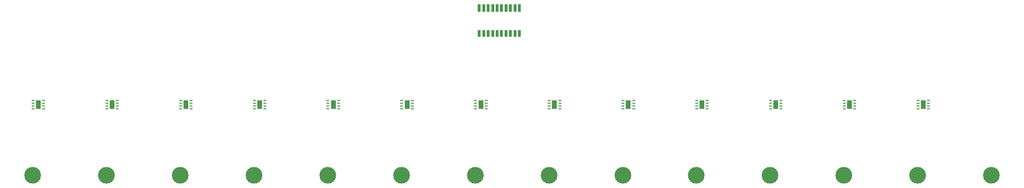
<source format=gbr>
%TF.GenerationSoftware,KiCad,Pcbnew,8.0.2*%
%TF.CreationDate,2024-06-26T21:14:32+03:00*%
%TF.ProjectId,MV_Abnehmerplatine,4d565f41-626e-4656-986d-6572706c6174,rev?*%
%TF.SameCoordinates,Original*%
%TF.FileFunction,Soldermask,Bot*%
%TF.FilePolarity,Negative*%
%FSLAX46Y46*%
G04 Gerber Fmt 4.6, Leading zero omitted, Abs format (unit mm)*
G04 Created by KiCad (PCBNEW 8.0.2) date 2024-06-26 21:14:32*
%MOMM*%
%LPD*%
G01*
G04 APERTURE LIST*
G04 Aperture macros list*
%AMRoundRect*
0 Rectangle with rounded corners*
0 $1 Rounding radius*
0 $2 $3 $4 $5 $6 $7 $8 $9 X,Y pos of 4 corners*
0 Add a 4 corners polygon primitive as box body*
4,1,4,$2,$3,$4,$5,$6,$7,$8,$9,$2,$3,0*
0 Add four circle primitives for the rounded corners*
1,1,$1+$1,$2,$3*
1,1,$1+$1,$4,$5*
1,1,$1+$1,$6,$7*
1,1,$1+$1,$8,$9*
0 Add four rect primitives between the rounded corners*
20,1,$1+$1,$2,$3,$4,$5,0*
20,1,$1+$1,$4,$5,$6,$7,0*
20,1,$1+$1,$6,$7,$8,$9,0*
20,1,$1+$1,$8,$9,$2,$3,0*%
G04 Aperture macros list end*
%ADD10RoundRect,0.062500X0.187500X0.062500X-0.187500X0.062500X-0.187500X-0.062500X0.187500X-0.062500X0*%
%ADD11R,0.900000X1.600000*%
%ADD12C,3.000000*%
%ADD13R,0.550000X1.300000*%
%ADD14R,0.550000X1.400000*%
G04 APERTURE END LIST*
D10*
%TO.C,U7*%
X159440000Y-90610000D03*
X159440000Y-91110000D03*
X159440000Y-91610000D03*
X159440000Y-92110000D03*
X157540000Y-92110000D03*
X157540000Y-91610000D03*
X157540000Y-91110000D03*
X157540000Y-90610000D03*
D11*
X158490000Y-91360000D03*
%TD*%
D12*
%TO.C,H8*%
X170690002Y-104015000D03*
%TD*%
D10*
%TO.C,U3*%
X106640000Y-90610000D03*
X106640000Y-91110000D03*
X106640000Y-91610000D03*
X106640000Y-92110000D03*
X104740000Y-92110000D03*
X104740000Y-91610000D03*
X104740000Y-91110000D03*
X104740000Y-90610000D03*
D11*
X105690000Y-91360000D03*
%TD*%
D12*
%TO.C,H4*%
X117890000Y-104015001D03*
%TD*%
%TO.C,H1*%
X78290000Y-104020000D03*
%TD*%
D10*
%TO.C,U2*%
X93440000Y-90610000D03*
X93440000Y-91110000D03*
X93440000Y-91610000D03*
X93440000Y-92110000D03*
X91540000Y-92110000D03*
X91540000Y-91610000D03*
X91540000Y-91110000D03*
X91540000Y-90610000D03*
D11*
X92490000Y-91360000D03*
%TD*%
D10*
%TO.C,U10*%
X199040000Y-90610000D03*
X199040000Y-91110000D03*
X199040000Y-91610000D03*
X199040000Y-92110000D03*
X197140000Y-92110000D03*
X197140000Y-91610000D03*
X197140000Y-91110000D03*
X197140000Y-90610000D03*
D11*
X198090000Y-91360000D03*
%TD*%
D13*
%TO.C,J0*%
X152210000Y-78545000D03*
D14*
X152210000Y-73995000D03*
D13*
X151410000Y-78545000D03*
D14*
X151410000Y-73995000D03*
D13*
X150610000Y-78545000D03*
D14*
X150610000Y-73995000D03*
D13*
X149810000Y-78545000D03*
D14*
X149810000Y-73995000D03*
D13*
X149010000Y-78545000D03*
D14*
X149010000Y-73995000D03*
D13*
X148210000Y-78545000D03*
D14*
X148210000Y-73995000D03*
D13*
X147410000Y-78545000D03*
D14*
X147410000Y-73995000D03*
D13*
X146610000Y-78545000D03*
D14*
X146610000Y-73995000D03*
D13*
X145810000Y-78545000D03*
D14*
X145810000Y-73995000D03*
D13*
X145010000Y-78545000D03*
D14*
X145010000Y-73995000D03*
%TD*%
D10*
%TO.C,U4*%
X119840000Y-90610000D03*
X119840000Y-91110000D03*
X119840000Y-91610000D03*
X119840000Y-92110000D03*
X117940000Y-92110000D03*
X117940000Y-91610000D03*
X117940000Y-91110000D03*
X117940000Y-90610000D03*
D11*
X118890000Y-91360000D03*
%TD*%
D12*
%TO.C,H0*%
X65090000Y-104020000D03*
%TD*%
D10*
%TO.C,U6*%
X146240000Y-90610000D03*
X146240000Y-91110000D03*
X146240000Y-91610000D03*
X146240000Y-92110000D03*
X144340000Y-92110000D03*
X144340000Y-91610000D03*
X144340000Y-91110000D03*
X144340000Y-90610000D03*
D11*
X145290000Y-91360000D03*
%TD*%
D12*
%TO.C,H10*%
X197090002Y-104015000D03*
%TD*%
%TO.C,H3*%
X104700000Y-104015000D03*
%TD*%
D10*
%TO.C,U1*%
X80240000Y-90610000D03*
X80240000Y-91110000D03*
X80240000Y-91610000D03*
X80240000Y-92110000D03*
X78340000Y-92110000D03*
X78340000Y-91610000D03*
X78340000Y-91110000D03*
X78340000Y-90610000D03*
D11*
X79290000Y-91360000D03*
%TD*%
D12*
%TO.C,H11*%
X210290000Y-104015000D03*
%TD*%
D10*
%TO.C,U12*%
X225440000Y-90610000D03*
X225440000Y-91110000D03*
X225440000Y-91610000D03*
X225440000Y-92110000D03*
X223540000Y-92110000D03*
X223540000Y-91610000D03*
X223540000Y-91110000D03*
X223540000Y-90610000D03*
D11*
X224490000Y-91360000D03*
%TD*%
D10*
%TO.C,U8*%
X172640000Y-90610000D03*
X172640000Y-91110000D03*
X172640000Y-91610000D03*
X172640000Y-92110000D03*
X170740000Y-92110000D03*
X170740000Y-91610000D03*
X170740000Y-91110000D03*
X170740000Y-90610000D03*
D11*
X171690000Y-91360000D03*
%TD*%
D12*
%TO.C,H9*%
X183890002Y-104015000D03*
%TD*%
%TO.C,H2*%
X91500002Y-104020000D03*
%TD*%
%TO.C,H13*%
X236690002Y-104015000D03*
%TD*%
D10*
%TO.C,U5*%
X133040000Y-90610000D03*
X133040000Y-91110000D03*
X133040000Y-91610000D03*
X133040000Y-92110000D03*
X131140000Y-92110000D03*
X131140000Y-91610000D03*
X131140000Y-91110000D03*
X131140000Y-90610000D03*
D11*
X132090000Y-91360000D03*
%TD*%
D10*
%TO.C,U11*%
X212240000Y-90610000D03*
X212240000Y-91110000D03*
X212240000Y-91610000D03*
X212240000Y-92110000D03*
X210340000Y-92110000D03*
X210340000Y-91610000D03*
X210340000Y-91110000D03*
X210340000Y-90610000D03*
D11*
X211290000Y-91360000D03*
%TD*%
D10*
%TO.C,U9*%
X185840000Y-90610000D03*
X185840000Y-91110000D03*
X185840000Y-91610000D03*
X185840000Y-92110000D03*
X183940000Y-92110000D03*
X183940000Y-91610000D03*
X183940000Y-91110000D03*
X183940000Y-90610000D03*
D11*
X184890000Y-91360000D03*
%TD*%
D12*
%TO.C,H12*%
X223490000Y-104015000D03*
%TD*%
D10*
%TO.C,U0*%
X67040000Y-90610000D03*
X67040000Y-91110000D03*
X67040000Y-91610000D03*
X67040000Y-92110000D03*
X65140000Y-92110000D03*
X65140000Y-91610000D03*
X65140000Y-91110000D03*
X65140000Y-90610000D03*
D11*
X66090000Y-91360000D03*
%TD*%
D12*
%TO.C,H7*%
X157490002Y-104015000D03*
%TD*%
%TO.C,H5*%
X131090002Y-104020000D03*
%TD*%
%TO.C,H6*%
X144290002Y-104015000D03*
%TD*%
M02*

</source>
